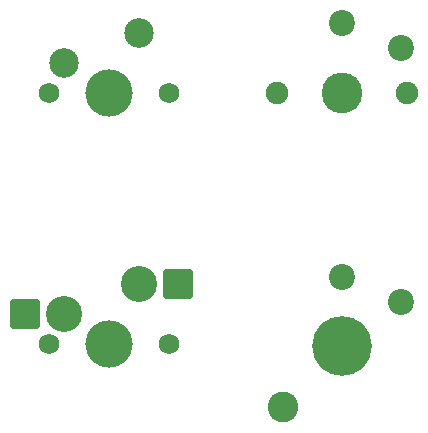
<source format=gbs>
%TF.GenerationSoftware,KiCad,Pcbnew,7.0.0-da2b9df05c~171~ubuntu22.04.1*%
%TF.CreationDate,2023-03-08T14:52:38+00:00*%
%TF.ProjectId,keycap-ruler,6b657963-6170-42d7-9275-6c65722e6b69,rev?*%
%TF.SameCoordinates,Original*%
%TF.FileFunction,Soldermask,Bot*%
%TF.FilePolarity,Negative*%
%FSLAX46Y46*%
G04 Gerber Fmt 4.6, Leading zero omitted, Abs format (unit mm)*
G04 Created by KiCad (PCBNEW 7.0.0-da2b9df05c~171~ubuntu22.04.1) date 2023-03-08 14:52:38*
%MOMM*%
%LPD*%
G01*
G04 APERTURE LIST*
G04 Aperture macros list*
%AMRoundRect*
0 Rectangle with rounded corners*
0 $1 Rounding radius*
0 $2 $3 $4 $5 $6 $7 $8 $9 X,Y pos of 4 corners*
0 Add a 4 corners polygon primitive as box body*
4,1,4,$2,$3,$4,$5,$6,$7,$8,$9,$2,$3,0*
0 Add four circle primitives for the rounded corners*
1,1,$1+$1,$2,$3*
1,1,$1+$1,$4,$5*
1,1,$1+$1,$6,$7*
1,1,$1+$1,$8,$9*
0 Add four rect primitives between the rounded corners*
20,1,$1+$1,$2,$3,$4,$5,0*
20,1,$1+$1,$4,$5,$6,$7,0*
20,1,$1+$1,$6,$7,$8,$9,0*
20,1,$1+$1,$8,$9,$2,$3,0*%
G04 Aperture macros list end*
%ADD10C,1.750000*%
%ADD11C,3.050000*%
%ADD12C,4.000000*%
%ADD13RoundRect,0.250000X-1.025000X-1.000000X1.025000X-1.000000X1.025000X1.000000X-1.025000X1.000000X0*%
%ADD14C,2.600000*%
%ADD15C,5.050000*%
%ADD16C,2.200000*%
%ADD17C,1.900000*%
%ADD18C,3.450000*%
%ADD19C,2.500000*%
G04 APERTURE END LIST*
D10*
X220178000Y-92880000D03*
D11*
X221448000Y-90340000D03*
D12*
X225258000Y-92880000D03*
D11*
X227798000Y-87800000D03*
D10*
X230338000Y-92880000D03*
D13*
X218173000Y-90340000D03*
X231100000Y-87800000D03*
D14*
X240000000Y-98250000D03*
D15*
X245000000Y-93100000D03*
D16*
X245000000Y-87200000D03*
X250000000Y-89300000D03*
D17*
X239500000Y-71600000D03*
D18*
X245000000Y-71600000D03*
D17*
X250500000Y-71600000D03*
D16*
X245000000Y-65700000D03*
X250000000Y-67800000D03*
D10*
X220180000Y-71680000D03*
D12*
X225260000Y-71680000D03*
D10*
X230340000Y-71680000D03*
D19*
X221450000Y-69140000D03*
X227800000Y-66600000D03*
M02*

</source>
